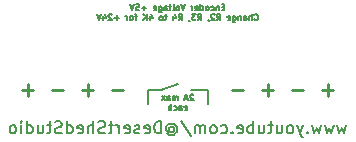
<source format=gbr>
%TF.GenerationSoftware,KiCad,Pcbnew,8.0.0*%
%TF.CreationDate,2024-03-05T00:42:56-08:00*%
%TF.ProjectId,DSS-SSR4E,4453532d-5353-4523-9445-2e6b69636164,rev?*%
%TF.SameCoordinates,Original*%
%TF.FileFunction,Legend,Bot*%
%TF.FilePolarity,Positive*%
%FSLAX46Y46*%
G04 Gerber Fmt 4.6, Leading zero omitted, Abs format (unit mm)*
G04 Created by KiCad (PCBNEW 8.0.0) date 2024-03-05 00:42:56*
%MOMM*%
%LPD*%
G01*
G04 APERTURE LIST*
%ADD10C,0.203200*%
%ADD11C,0.127000*%
%ADD12C,0.254000*%
G04 APERTURE END LIST*
D10*
X238783380Y-127106120D02*
X238589856Y-127783453D01*
X238589856Y-127783453D02*
X238396332Y-127299644D01*
X238396332Y-127299644D02*
X238202808Y-127783453D01*
X238202808Y-127783453D02*
X238009284Y-127106120D01*
X237718999Y-127106120D02*
X237525475Y-127783453D01*
X237525475Y-127783453D02*
X237331951Y-127299644D01*
X237331951Y-127299644D02*
X237138427Y-127783453D01*
X237138427Y-127783453D02*
X236944903Y-127106120D01*
X236654618Y-127106120D02*
X236461094Y-127783453D01*
X236461094Y-127783453D02*
X236267570Y-127299644D01*
X236267570Y-127299644D02*
X236074046Y-127783453D01*
X236074046Y-127783453D02*
X235880522Y-127106120D01*
X235493475Y-127686692D02*
X235445094Y-127735073D01*
X235445094Y-127735073D02*
X235493475Y-127783453D01*
X235493475Y-127783453D02*
X235541856Y-127735073D01*
X235541856Y-127735073D02*
X235493475Y-127686692D01*
X235493475Y-127686692D02*
X235493475Y-127783453D01*
X235106427Y-127106120D02*
X234864522Y-127783453D01*
X234622617Y-127106120D02*
X234864522Y-127783453D01*
X234864522Y-127783453D02*
X234961284Y-128025358D01*
X234961284Y-128025358D02*
X235009665Y-128073739D01*
X235009665Y-128073739D02*
X235106427Y-128122120D01*
X234090427Y-127783453D02*
X234187189Y-127735073D01*
X234187189Y-127735073D02*
X234235570Y-127686692D01*
X234235570Y-127686692D02*
X234283951Y-127589930D01*
X234283951Y-127589930D02*
X234283951Y-127299644D01*
X234283951Y-127299644D02*
X234235570Y-127202882D01*
X234235570Y-127202882D02*
X234187189Y-127154501D01*
X234187189Y-127154501D02*
X234090427Y-127106120D01*
X234090427Y-127106120D02*
X233945284Y-127106120D01*
X233945284Y-127106120D02*
X233848522Y-127154501D01*
X233848522Y-127154501D02*
X233800141Y-127202882D01*
X233800141Y-127202882D02*
X233751760Y-127299644D01*
X233751760Y-127299644D02*
X233751760Y-127589930D01*
X233751760Y-127589930D02*
X233800141Y-127686692D01*
X233800141Y-127686692D02*
X233848522Y-127735073D01*
X233848522Y-127735073D02*
X233945284Y-127783453D01*
X233945284Y-127783453D02*
X234090427Y-127783453D01*
X232880903Y-127106120D02*
X232880903Y-127783453D01*
X233316332Y-127106120D02*
X233316332Y-127638311D01*
X233316332Y-127638311D02*
X233267951Y-127735073D01*
X233267951Y-127735073D02*
X233171189Y-127783453D01*
X233171189Y-127783453D02*
X233026046Y-127783453D01*
X233026046Y-127783453D02*
X232929284Y-127735073D01*
X232929284Y-127735073D02*
X232880903Y-127686692D01*
X232542237Y-127106120D02*
X232155189Y-127106120D01*
X232397094Y-126767453D02*
X232397094Y-127638311D01*
X232397094Y-127638311D02*
X232348713Y-127735073D01*
X232348713Y-127735073D02*
X232251951Y-127783453D01*
X232251951Y-127783453D02*
X232155189Y-127783453D01*
X231381094Y-127106120D02*
X231381094Y-127783453D01*
X231816523Y-127106120D02*
X231816523Y-127638311D01*
X231816523Y-127638311D02*
X231768142Y-127735073D01*
X231768142Y-127735073D02*
X231671380Y-127783453D01*
X231671380Y-127783453D02*
X231526237Y-127783453D01*
X231526237Y-127783453D02*
X231429475Y-127735073D01*
X231429475Y-127735073D02*
X231381094Y-127686692D01*
X230897285Y-127783453D02*
X230897285Y-126767453D01*
X230897285Y-127154501D02*
X230800523Y-127106120D01*
X230800523Y-127106120D02*
X230606999Y-127106120D01*
X230606999Y-127106120D02*
X230510237Y-127154501D01*
X230510237Y-127154501D02*
X230461856Y-127202882D01*
X230461856Y-127202882D02*
X230413475Y-127299644D01*
X230413475Y-127299644D02*
X230413475Y-127589930D01*
X230413475Y-127589930D02*
X230461856Y-127686692D01*
X230461856Y-127686692D02*
X230510237Y-127735073D01*
X230510237Y-127735073D02*
X230606999Y-127783453D01*
X230606999Y-127783453D02*
X230800523Y-127783453D01*
X230800523Y-127783453D02*
X230897285Y-127735073D01*
X229590999Y-127735073D02*
X229687761Y-127783453D01*
X229687761Y-127783453D02*
X229881285Y-127783453D01*
X229881285Y-127783453D02*
X229978047Y-127735073D01*
X229978047Y-127735073D02*
X230026428Y-127638311D01*
X230026428Y-127638311D02*
X230026428Y-127251263D01*
X230026428Y-127251263D02*
X229978047Y-127154501D01*
X229978047Y-127154501D02*
X229881285Y-127106120D01*
X229881285Y-127106120D02*
X229687761Y-127106120D01*
X229687761Y-127106120D02*
X229590999Y-127154501D01*
X229590999Y-127154501D02*
X229542618Y-127251263D01*
X229542618Y-127251263D02*
X229542618Y-127348025D01*
X229542618Y-127348025D02*
X230026428Y-127444787D01*
X229107190Y-127686692D02*
X229058809Y-127735073D01*
X229058809Y-127735073D02*
X229107190Y-127783453D01*
X229107190Y-127783453D02*
X229155571Y-127735073D01*
X229155571Y-127735073D02*
X229107190Y-127686692D01*
X229107190Y-127686692D02*
X229107190Y-127783453D01*
X228187951Y-127735073D02*
X228284713Y-127783453D01*
X228284713Y-127783453D02*
X228478237Y-127783453D01*
X228478237Y-127783453D02*
X228574999Y-127735073D01*
X228574999Y-127735073D02*
X228623380Y-127686692D01*
X228623380Y-127686692D02*
X228671761Y-127589930D01*
X228671761Y-127589930D02*
X228671761Y-127299644D01*
X228671761Y-127299644D02*
X228623380Y-127202882D01*
X228623380Y-127202882D02*
X228574999Y-127154501D01*
X228574999Y-127154501D02*
X228478237Y-127106120D01*
X228478237Y-127106120D02*
X228284713Y-127106120D01*
X228284713Y-127106120D02*
X228187951Y-127154501D01*
X227607380Y-127783453D02*
X227704142Y-127735073D01*
X227704142Y-127735073D02*
X227752523Y-127686692D01*
X227752523Y-127686692D02*
X227800904Y-127589930D01*
X227800904Y-127589930D02*
X227800904Y-127299644D01*
X227800904Y-127299644D02*
X227752523Y-127202882D01*
X227752523Y-127202882D02*
X227704142Y-127154501D01*
X227704142Y-127154501D02*
X227607380Y-127106120D01*
X227607380Y-127106120D02*
X227462237Y-127106120D01*
X227462237Y-127106120D02*
X227365475Y-127154501D01*
X227365475Y-127154501D02*
X227317094Y-127202882D01*
X227317094Y-127202882D02*
X227268713Y-127299644D01*
X227268713Y-127299644D02*
X227268713Y-127589930D01*
X227268713Y-127589930D02*
X227317094Y-127686692D01*
X227317094Y-127686692D02*
X227365475Y-127735073D01*
X227365475Y-127735073D02*
X227462237Y-127783453D01*
X227462237Y-127783453D02*
X227607380Y-127783453D01*
X226833285Y-127783453D02*
X226833285Y-127106120D01*
X226833285Y-127202882D02*
X226784904Y-127154501D01*
X226784904Y-127154501D02*
X226688142Y-127106120D01*
X226688142Y-127106120D02*
X226542999Y-127106120D01*
X226542999Y-127106120D02*
X226446237Y-127154501D01*
X226446237Y-127154501D02*
X226397856Y-127251263D01*
X226397856Y-127251263D02*
X226397856Y-127783453D01*
X226397856Y-127251263D02*
X226349475Y-127154501D01*
X226349475Y-127154501D02*
X226252713Y-127106120D01*
X226252713Y-127106120D02*
X226107570Y-127106120D01*
X226107570Y-127106120D02*
X226010809Y-127154501D01*
X226010809Y-127154501D02*
X225962428Y-127251263D01*
X225962428Y-127251263D02*
X225962428Y-127783453D01*
X224752903Y-126719073D02*
X225623761Y-128025358D01*
X223785284Y-127299644D02*
X223833665Y-127251263D01*
X223833665Y-127251263D02*
X223930427Y-127202882D01*
X223930427Y-127202882D02*
X224027189Y-127202882D01*
X224027189Y-127202882D02*
X224123951Y-127251263D01*
X224123951Y-127251263D02*
X224172332Y-127299644D01*
X224172332Y-127299644D02*
X224220713Y-127396406D01*
X224220713Y-127396406D02*
X224220713Y-127493168D01*
X224220713Y-127493168D02*
X224172332Y-127589930D01*
X224172332Y-127589930D02*
X224123951Y-127638311D01*
X224123951Y-127638311D02*
X224027189Y-127686692D01*
X224027189Y-127686692D02*
X223930427Y-127686692D01*
X223930427Y-127686692D02*
X223833665Y-127638311D01*
X223833665Y-127638311D02*
X223785284Y-127589930D01*
X223785284Y-127202882D02*
X223785284Y-127589930D01*
X223785284Y-127589930D02*
X223736903Y-127638311D01*
X223736903Y-127638311D02*
X223688522Y-127638311D01*
X223688522Y-127638311D02*
X223591761Y-127589930D01*
X223591761Y-127589930D02*
X223543380Y-127493168D01*
X223543380Y-127493168D02*
X223543380Y-127251263D01*
X223543380Y-127251263D02*
X223640142Y-127106120D01*
X223640142Y-127106120D02*
X223785284Y-127009358D01*
X223785284Y-127009358D02*
X223978808Y-126960977D01*
X223978808Y-126960977D02*
X224172332Y-127009358D01*
X224172332Y-127009358D02*
X224317475Y-127106120D01*
X224317475Y-127106120D02*
X224414237Y-127251263D01*
X224414237Y-127251263D02*
X224462618Y-127444787D01*
X224462618Y-127444787D02*
X224414237Y-127638311D01*
X224414237Y-127638311D02*
X224317475Y-127783453D01*
X224317475Y-127783453D02*
X224172332Y-127880215D01*
X224172332Y-127880215D02*
X223978808Y-127928596D01*
X223978808Y-127928596D02*
X223785284Y-127880215D01*
X223785284Y-127880215D02*
X223640142Y-127783453D01*
X223107951Y-127783453D02*
X223107951Y-126767453D01*
X223107951Y-126767453D02*
X222866046Y-126767453D01*
X222866046Y-126767453D02*
X222720903Y-126815834D01*
X222720903Y-126815834D02*
X222624141Y-126912596D01*
X222624141Y-126912596D02*
X222575760Y-127009358D01*
X222575760Y-127009358D02*
X222527379Y-127202882D01*
X222527379Y-127202882D02*
X222527379Y-127348025D01*
X222527379Y-127348025D02*
X222575760Y-127541549D01*
X222575760Y-127541549D02*
X222624141Y-127638311D01*
X222624141Y-127638311D02*
X222720903Y-127735073D01*
X222720903Y-127735073D02*
X222866046Y-127783453D01*
X222866046Y-127783453D02*
X223107951Y-127783453D01*
X221704903Y-127735073D02*
X221801665Y-127783453D01*
X221801665Y-127783453D02*
X221995189Y-127783453D01*
X221995189Y-127783453D02*
X222091951Y-127735073D01*
X222091951Y-127735073D02*
X222140332Y-127638311D01*
X222140332Y-127638311D02*
X222140332Y-127251263D01*
X222140332Y-127251263D02*
X222091951Y-127154501D01*
X222091951Y-127154501D02*
X221995189Y-127106120D01*
X221995189Y-127106120D02*
X221801665Y-127106120D01*
X221801665Y-127106120D02*
X221704903Y-127154501D01*
X221704903Y-127154501D02*
X221656522Y-127251263D01*
X221656522Y-127251263D02*
X221656522Y-127348025D01*
X221656522Y-127348025D02*
X222140332Y-127444787D01*
X221269475Y-127735073D02*
X221172713Y-127783453D01*
X221172713Y-127783453D02*
X220979189Y-127783453D01*
X220979189Y-127783453D02*
X220882427Y-127735073D01*
X220882427Y-127735073D02*
X220834046Y-127638311D01*
X220834046Y-127638311D02*
X220834046Y-127589930D01*
X220834046Y-127589930D02*
X220882427Y-127493168D01*
X220882427Y-127493168D02*
X220979189Y-127444787D01*
X220979189Y-127444787D02*
X221124332Y-127444787D01*
X221124332Y-127444787D02*
X221221094Y-127396406D01*
X221221094Y-127396406D02*
X221269475Y-127299644D01*
X221269475Y-127299644D02*
X221269475Y-127251263D01*
X221269475Y-127251263D02*
X221221094Y-127154501D01*
X221221094Y-127154501D02*
X221124332Y-127106120D01*
X221124332Y-127106120D02*
X220979189Y-127106120D01*
X220979189Y-127106120D02*
X220882427Y-127154501D01*
X220011570Y-127735073D02*
X220108332Y-127783453D01*
X220108332Y-127783453D02*
X220301856Y-127783453D01*
X220301856Y-127783453D02*
X220398618Y-127735073D01*
X220398618Y-127735073D02*
X220446999Y-127638311D01*
X220446999Y-127638311D02*
X220446999Y-127251263D01*
X220446999Y-127251263D02*
X220398618Y-127154501D01*
X220398618Y-127154501D02*
X220301856Y-127106120D01*
X220301856Y-127106120D02*
X220108332Y-127106120D01*
X220108332Y-127106120D02*
X220011570Y-127154501D01*
X220011570Y-127154501D02*
X219963189Y-127251263D01*
X219963189Y-127251263D02*
X219963189Y-127348025D01*
X219963189Y-127348025D02*
X220446999Y-127444787D01*
X219527761Y-127783453D02*
X219527761Y-127106120D01*
X219527761Y-127299644D02*
X219479380Y-127202882D01*
X219479380Y-127202882D02*
X219430999Y-127154501D01*
X219430999Y-127154501D02*
X219334237Y-127106120D01*
X219334237Y-127106120D02*
X219237475Y-127106120D01*
X219043952Y-127106120D02*
X218656904Y-127106120D01*
X218898809Y-126767453D02*
X218898809Y-127638311D01*
X218898809Y-127638311D02*
X218850428Y-127735073D01*
X218850428Y-127735073D02*
X218753666Y-127783453D01*
X218753666Y-127783453D02*
X218656904Y-127783453D01*
X218366619Y-127735073D02*
X218221476Y-127783453D01*
X218221476Y-127783453D02*
X217979571Y-127783453D01*
X217979571Y-127783453D02*
X217882809Y-127735073D01*
X217882809Y-127735073D02*
X217834428Y-127686692D01*
X217834428Y-127686692D02*
X217786047Y-127589930D01*
X217786047Y-127589930D02*
X217786047Y-127493168D01*
X217786047Y-127493168D02*
X217834428Y-127396406D01*
X217834428Y-127396406D02*
X217882809Y-127348025D01*
X217882809Y-127348025D02*
X217979571Y-127299644D01*
X217979571Y-127299644D02*
X218173095Y-127251263D01*
X218173095Y-127251263D02*
X218269857Y-127202882D01*
X218269857Y-127202882D02*
X218318238Y-127154501D01*
X218318238Y-127154501D02*
X218366619Y-127057739D01*
X218366619Y-127057739D02*
X218366619Y-126960977D01*
X218366619Y-126960977D02*
X218318238Y-126864215D01*
X218318238Y-126864215D02*
X218269857Y-126815834D01*
X218269857Y-126815834D02*
X218173095Y-126767453D01*
X218173095Y-126767453D02*
X217931190Y-126767453D01*
X217931190Y-126767453D02*
X217786047Y-126815834D01*
X217350619Y-127783453D02*
X217350619Y-126767453D01*
X216915190Y-127783453D02*
X216915190Y-127251263D01*
X216915190Y-127251263D02*
X216963571Y-127154501D01*
X216963571Y-127154501D02*
X217060333Y-127106120D01*
X217060333Y-127106120D02*
X217205476Y-127106120D01*
X217205476Y-127106120D02*
X217302238Y-127154501D01*
X217302238Y-127154501D02*
X217350619Y-127202882D01*
X216044333Y-127735073D02*
X216141095Y-127783453D01*
X216141095Y-127783453D02*
X216334619Y-127783453D01*
X216334619Y-127783453D02*
X216431381Y-127735073D01*
X216431381Y-127735073D02*
X216479762Y-127638311D01*
X216479762Y-127638311D02*
X216479762Y-127251263D01*
X216479762Y-127251263D02*
X216431381Y-127154501D01*
X216431381Y-127154501D02*
X216334619Y-127106120D01*
X216334619Y-127106120D02*
X216141095Y-127106120D01*
X216141095Y-127106120D02*
X216044333Y-127154501D01*
X216044333Y-127154501D02*
X215995952Y-127251263D01*
X215995952Y-127251263D02*
X215995952Y-127348025D01*
X215995952Y-127348025D02*
X216479762Y-127444787D01*
X215125095Y-127783453D02*
X215125095Y-126767453D01*
X215125095Y-127735073D02*
X215221857Y-127783453D01*
X215221857Y-127783453D02*
X215415381Y-127783453D01*
X215415381Y-127783453D02*
X215512143Y-127735073D01*
X215512143Y-127735073D02*
X215560524Y-127686692D01*
X215560524Y-127686692D02*
X215608905Y-127589930D01*
X215608905Y-127589930D02*
X215608905Y-127299644D01*
X215608905Y-127299644D02*
X215560524Y-127202882D01*
X215560524Y-127202882D02*
X215512143Y-127154501D01*
X215512143Y-127154501D02*
X215415381Y-127106120D01*
X215415381Y-127106120D02*
X215221857Y-127106120D01*
X215221857Y-127106120D02*
X215125095Y-127154501D01*
X214689667Y-127735073D02*
X214544524Y-127783453D01*
X214544524Y-127783453D02*
X214302619Y-127783453D01*
X214302619Y-127783453D02*
X214205857Y-127735073D01*
X214205857Y-127735073D02*
X214157476Y-127686692D01*
X214157476Y-127686692D02*
X214109095Y-127589930D01*
X214109095Y-127589930D02*
X214109095Y-127493168D01*
X214109095Y-127493168D02*
X214157476Y-127396406D01*
X214157476Y-127396406D02*
X214205857Y-127348025D01*
X214205857Y-127348025D02*
X214302619Y-127299644D01*
X214302619Y-127299644D02*
X214496143Y-127251263D01*
X214496143Y-127251263D02*
X214592905Y-127202882D01*
X214592905Y-127202882D02*
X214641286Y-127154501D01*
X214641286Y-127154501D02*
X214689667Y-127057739D01*
X214689667Y-127057739D02*
X214689667Y-126960977D01*
X214689667Y-126960977D02*
X214641286Y-126864215D01*
X214641286Y-126864215D02*
X214592905Y-126815834D01*
X214592905Y-126815834D02*
X214496143Y-126767453D01*
X214496143Y-126767453D02*
X214254238Y-126767453D01*
X214254238Y-126767453D02*
X214109095Y-126815834D01*
X213818810Y-127106120D02*
X213431762Y-127106120D01*
X213673667Y-126767453D02*
X213673667Y-127638311D01*
X213673667Y-127638311D02*
X213625286Y-127735073D01*
X213625286Y-127735073D02*
X213528524Y-127783453D01*
X213528524Y-127783453D02*
X213431762Y-127783453D01*
X212657667Y-127106120D02*
X212657667Y-127783453D01*
X213093096Y-127106120D02*
X213093096Y-127638311D01*
X213093096Y-127638311D02*
X213044715Y-127735073D01*
X213044715Y-127735073D02*
X212947953Y-127783453D01*
X212947953Y-127783453D02*
X212802810Y-127783453D01*
X212802810Y-127783453D02*
X212706048Y-127735073D01*
X212706048Y-127735073D02*
X212657667Y-127686692D01*
X211738429Y-127783453D02*
X211738429Y-126767453D01*
X211738429Y-127735073D02*
X211835191Y-127783453D01*
X211835191Y-127783453D02*
X212028715Y-127783453D01*
X212028715Y-127783453D02*
X212125477Y-127735073D01*
X212125477Y-127735073D02*
X212173858Y-127686692D01*
X212173858Y-127686692D02*
X212222239Y-127589930D01*
X212222239Y-127589930D02*
X212222239Y-127299644D01*
X212222239Y-127299644D02*
X212173858Y-127202882D01*
X212173858Y-127202882D02*
X212125477Y-127154501D01*
X212125477Y-127154501D02*
X212028715Y-127106120D01*
X212028715Y-127106120D02*
X211835191Y-127106120D01*
X211835191Y-127106120D02*
X211738429Y-127154501D01*
X211254620Y-127783453D02*
X211254620Y-127106120D01*
X211254620Y-126767453D02*
X211303001Y-126815834D01*
X211303001Y-126815834D02*
X211254620Y-126864215D01*
X211254620Y-126864215D02*
X211206239Y-126815834D01*
X211206239Y-126815834D02*
X211254620Y-126767453D01*
X211254620Y-126767453D02*
X211254620Y-126864215D01*
X210625667Y-127783453D02*
X210722429Y-127735073D01*
X210722429Y-127735073D02*
X210770810Y-127686692D01*
X210770810Y-127686692D02*
X210819191Y-127589930D01*
X210819191Y-127589930D02*
X210819191Y-127299644D01*
X210819191Y-127299644D02*
X210770810Y-127202882D01*
X210770810Y-127202882D02*
X210722429Y-127154501D01*
X210722429Y-127154501D02*
X210625667Y-127106120D01*
X210625667Y-127106120D02*
X210480524Y-127106120D01*
X210480524Y-127106120D02*
X210383762Y-127154501D01*
X210383762Y-127154501D02*
X210335381Y-127202882D01*
X210335381Y-127202882D02*
X210287000Y-127299644D01*
X210287000Y-127299644D02*
X210287000Y-127589930D01*
X210287000Y-127589930D02*
X210335381Y-127686692D01*
X210335381Y-127686692D02*
X210383762Y-127735073D01*
X210383762Y-127735073D02*
X210480524Y-127783453D01*
X210480524Y-127783453D02*
X210625667Y-127783453D01*
D11*
X225841476Y-124524861D02*
X225817285Y-124500670D01*
X225817285Y-124500670D02*
X225768904Y-124476480D01*
X225768904Y-124476480D02*
X225647952Y-124476480D01*
X225647952Y-124476480D02*
X225599571Y-124500670D01*
X225599571Y-124500670D02*
X225575380Y-124524861D01*
X225575380Y-124524861D02*
X225551190Y-124573242D01*
X225551190Y-124573242D02*
X225551190Y-124621623D01*
X225551190Y-124621623D02*
X225575380Y-124694194D01*
X225575380Y-124694194D02*
X225865666Y-124984480D01*
X225865666Y-124984480D02*
X225551190Y-124984480D01*
X225357666Y-124839337D02*
X225115761Y-124839337D01*
X225406047Y-124984480D02*
X225236713Y-124476480D01*
X225236713Y-124476480D02*
X225067380Y-124984480D01*
X224510998Y-124984480D02*
X224510998Y-124645813D01*
X224510998Y-124694194D02*
X224486808Y-124670004D01*
X224486808Y-124670004D02*
X224438427Y-124645813D01*
X224438427Y-124645813D02*
X224365855Y-124645813D01*
X224365855Y-124645813D02*
X224317474Y-124670004D01*
X224317474Y-124670004D02*
X224293284Y-124718385D01*
X224293284Y-124718385D02*
X224293284Y-124984480D01*
X224293284Y-124718385D02*
X224269093Y-124670004D01*
X224269093Y-124670004D02*
X224220712Y-124645813D01*
X224220712Y-124645813D02*
X224148141Y-124645813D01*
X224148141Y-124645813D02*
X224099760Y-124670004D01*
X224099760Y-124670004D02*
X224075570Y-124718385D01*
X224075570Y-124718385D02*
X224075570Y-124984480D01*
X223615951Y-124984480D02*
X223615951Y-124718385D01*
X223615951Y-124718385D02*
X223640141Y-124670004D01*
X223640141Y-124670004D02*
X223688522Y-124645813D01*
X223688522Y-124645813D02*
X223785284Y-124645813D01*
X223785284Y-124645813D02*
X223833665Y-124670004D01*
X223615951Y-124960290D02*
X223664332Y-124984480D01*
X223664332Y-124984480D02*
X223785284Y-124984480D01*
X223785284Y-124984480D02*
X223833665Y-124960290D01*
X223833665Y-124960290D02*
X223857856Y-124911909D01*
X223857856Y-124911909D02*
X223857856Y-124863528D01*
X223857856Y-124863528D02*
X223833665Y-124815147D01*
X223833665Y-124815147D02*
X223785284Y-124790956D01*
X223785284Y-124790956D02*
X223664332Y-124790956D01*
X223664332Y-124790956D02*
X223615951Y-124766766D01*
X223422427Y-124984480D02*
X223156332Y-124645813D01*
X223422427Y-124645813D02*
X223156332Y-124984480D01*
X225091571Y-125778142D02*
X225139952Y-125802332D01*
X225139952Y-125802332D02*
X225236714Y-125802332D01*
X225236714Y-125802332D02*
X225285095Y-125778142D01*
X225285095Y-125778142D02*
X225309286Y-125729761D01*
X225309286Y-125729761D02*
X225309286Y-125536237D01*
X225309286Y-125536237D02*
X225285095Y-125487856D01*
X225285095Y-125487856D02*
X225236714Y-125463665D01*
X225236714Y-125463665D02*
X225139952Y-125463665D01*
X225139952Y-125463665D02*
X225091571Y-125487856D01*
X225091571Y-125487856D02*
X225067381Y-125536237D01*
X225067381Y-125536237D02*
X225067381Y-125584618D01*
X225067381Y-125584618D02*
X225309286Y-125632999D01*
X224631952Y-125802332D02*
X224631952Y-125536237D01*
X224631952Y-125536237D02*
X224656142Y-125487856D01*
X224656142Y-125487856D02*
X224704523Y-125463665D01*
X224704523Y-125463665D02*
X224801285Y-125463665D01*
X224801285Y-125463665D02*
X224849666Y-125487856D01*
X224631952Y-125778142D02*
X224680333Y-125802332D01*
X224680333Y-125802332D02*
X224801285Y-125802332D01*
X224801285Y-125802332D02*
X224849666Y-125778142D01*
X224849666Y-125778142D02*
X224873857Y-125729761D01*
X224873857Y-125729761D02*
X224873857Y-125681380D01*
X224873857Y-125681380D02*
X224849666Y-125632999D01*
X224849666Y-125632999D02*
X224801285Y-125608808D01*
X224801285Y-125608808D02*
X224680333Y-125608808D01*
X224680333Y-125608808D02*
X224631952Y-125584618D01*
X224172333Y-125778142D02*
X224220714Y-125802332D01*
X224220714Y-125802332D02*
X224317476Y-125802332D01*
X224317476Y-125802332D02*
X224365857Y-125778142D01*
X224365857Y-125778142D02*
X224390047Y-125753951D01*
X224390047Y-125753951D02*
X224414238Y-125705570D01*
X224414238Y-125705570D02*
X224414238Y-125560427D01*
X224414238Y-125560427D02*
X224390047Y-125512046D01*
X224390047Y-125512046D02*
X224365857Y-125487856D01*
X224365857Y-125487856D02*
X224317476Y-125463665D01*
X224317476Y-125463665D02*
X224220714Y-125463665D01*
X224220714Y-125463665D02*
X224172333Y-125487856D01*
X223954618Y-125802332D02*
X223954618Y-125294332D01*
X223736904Y-125802332D02*
X223736904Y-125536237D01*
X223736904Y-125536237D02*
X223761094Y-125487856D01*
X223761094Y-125487856D02*
X223809475Y-125463665D01*
X223809475Y-125463665D02*
X223882047Y-125463665D01*
X223882047Y-125463665D02*
X223930428Y-125487856D01*
X223930428Y-125487856D02*
X223954618Y-125512046D01*
X228466143Y-117098385D02*
X228296810Y-117098385D01*
X228224238Y-117364480D02*
X228466143Y-117364480D01*
X228466143Y-117364480D02*
X228466143Y-116856480D01*
X228466143Y-116856480D02*
X228224238Y-116856480D01*
X228006524Y-117025813D02*
X228006524Y-117364480D01*
X228006524Y-117074194D02*
X227982334Y-117050004D01*
X227982334Y-117050004D02*
X227933953Y-117025813D01*
X227933953Y-117025813D02*
X227861381Y-117025813D01*
X227861381Y-117025813D02*
X227813000Y-117050004D01*
X227813000Y-117050004D02*
X227788810Y-117098385D01*
X227788810Y-117098385D02*
X227788810Y-117364480D01*
X227329191Y-117340290D02*
X227377572Y-117364480D01*
X227377572Y-117364480D02*
X227474334Y-117364480D01*
X227474334Y-117364480D02*
X227522715Y-117340290D01*
X227522715Y-117340290D02*
X227546905Y-117316099D01*
X227546905Y-117316099D02*
X227571096Y-117267718D01*
X227571096Y-117267718D02*
X227571096Y-117122575D01*
X227571096Y-117122575D02*
X227546905Y-117074194D01*
X227546905Y-117074194D02*
X227522715Y-117050004D01*
X227522715Y-117050004D02*
X227474334Y-117025813D01*
X227474334Y-117025813D02*
X227377572Y-117025813D01*
X227377572Y-117025813D02*
X227329191Y-117050004D01*
X227038905Y-117364480D02*
X227087286Y-117340290D01*
X227087286Y-117340290D02*
X227111476Y-117316099D01*
X227111476Y-117316099D02*
X227135667Y-117267718D01*
X227135667Y-117267718D02*
X227135667Y-117122575D01*
X227135667Y-117122575D02*
X227111476Y-117074194D01*
X227111476Y-117074194D02*
X227087286Y-117050004D01*
X227087286Y-117050004D02*
X227038905Y-117025813D01*
X227038905Y-117025813D02*
X226966333Y-117025813D01*
X226966333Y-117025813D02*
X226917952Y-117050004D01*
X226917952Y-117050004D02*
X226893762Y-117074194D01*
X226893762Y-117074194D02*
X226869571Y-117122575D01*
X226869571Y-117122575D02*
X226869571Y-117267718D01*
X226869571Y-117267718D02*
X226893762Y-117316099D01*
X226893762Y-117316099D02*
X226917952Y-117340290D01*
X226917952Y-117340290D02*
X226966333Y-117364480D01*
X226966333Y-117364480D02*
X227038905Y-117364480D01*
X226434143Y-117364480D02*
X226434143Y-116856480D01*
X226434143Y-117340290D02*
X226482524Y-117364480D01*
X226482524Y-117364480D02*
X226579286Y-117364480D01*
X226579286Y-117364480D02*
X226627667Y-117340290D01*
X226627667Y-117340290D02*
X226651857Y-117316099D01*
X226651857Y-117316099D02*
X226676048Y-117267718D01*
X226676048Y-117267718D02*
X226676048Y-117122575D01*
X226676048Y-117122575D02*
X226651857Y-117074194D01*
X226651857Y-117074194D02*
X226627667Y-117050004D01*
X226627667Y-117050004D02*
X226579286Y-117025813D01*
X226579286Y-117025813D02*
X226482524Y-117025813D01*
X226482524Y-117025813D02*
X226434143Y-117050004D01*
X225998714Y-117340290D02*
X226047095Y-117364480D01*
X226047095Y-117364480D02*
X226143857Y-117364480D01*
X226143857Y-117364480D02*
X226192238Y-117340290D01*
X226192238Y-117340290D02*
X226216429Y-117291909D01*
X226216429Y-117291909D02*
X226216429Y-117098385D01*
X226216429Y-117098385D02*
X226192238Y-117050004D01*
X226192238Y-117050004D02*
X226143857Y-117025813D01*
X226143857Y-117025813D02*
X226047095Y-117025813D01*
X226047095Y-117025813D02*
X225998714Y-117050004D01*
X225998714Y-117050004D02*
X225974524Y-117098385D01*
X225974524Y-117098385D02*
X225974524Y-117146766D01*
X225974524Y-117146766D02*
X226216429Y-117195147D01*
X225756809Y-117364480D02*
X225756809Y-117025813D01*
X225756809Y-117122575D02*
X225732619Y-117074194D01*
X225732619Y-117074194D02*
X225708428Y-117050004D01*
X225708428Y-117050004D02*
X225660047Y-117025813D01*
X225660047Y-117025813D02*
X225611666Y-117025813D01*
X225127857Y-116856480D02*
X224958523Y-117364480D01*
X224958523Y-117364480D02*
X224789190Y-116856480D01*
X224547285Y-117364480D02*
X224595666Y-117340290D01*
X224595666Y-117340290D02*
X224619856Y-117316099D01*
X224619856Y-117316099D02*
X224644047Y-117267718D01*
X224644047Y-117267718D02*
X224644047Y-117122575D01*
X224644047Y-117122575D02*
X224619856Y-117074194D01*
X224619856Y-117074194D02*
X224595666Y-117050004D01*
X224595666Y-117050004D02*
X224547285Y-117025813D01*
X224547285Y-117025813D02*
X224474713Y-117025813D01*
X224474713Y-117025813D02*
X224426332Y-117050004D01*
X224426332Y-117050004D02*
X224402142Y-117074194D01*
X224402142Y-117074194D02*
X224377951Y-117122575D01*
X224377951Y-117122575D02*
X224377951Y-117267718D01*
X224377951Y-117267718D02*
X224402142Y-117316099D01*
X224402142Y-117316099D02*
X224426332Y-117340290D01*
X224426332Y-117340290D02*
X224474713Y-117364480D01*
X224474713Y-117364480D02*
X224547285Y-117364480D01*
X224087666Y-117364480D02*
X224136047Y-117340290D01*
X224136047Y-117340290D02*
X224160237Y-117291909D01*
X224160237Y-117291909D02*
X224160237Y-116856480D01*
X223966714Y-117025813D02*
X223773190Y-117025813D01*
X223894142Y-116856480D02*
X223894142Y-117291909D01*
X223894142Y-117291909D02*
X223869952Y-117340290D01*
X223869952Y-117340290D02*
X223821571Y-117364480D01*
X223821571Y-117364480D02*
X223773190Y-117364480D01*
X223386142Y-117364480D02*
X223386142Y-117098385D01*
X223386142Y-117098385D02*
X223410332Y-117050004D01*
X223410332Y-117050004D02*
X223458713Y-117025813D01*
X223458713Y-117025813D02*
X223555475Y-117025813D01*
X223555475Y-117025813D02*
X223603856Y-117050004D01*
X223386142Y-117340290D02*
X223434523Y-117364480D01*
X223434523Y-117364480D02*
X223555475Y-117364480D01*
X223555475Y-117364480D02*
X223603856Y-117340290D01*
X223603856Y-117340290D02*
X223628047Y-117291909D01*
X223628047Y-117291909D02*
X223628047Y-117243528D01*
X223628047Y-117243528D02*
X223603856Y-117195147D01*
X223603856Y-117195147D02*
X223555475Y-117170956D01*
X223555475Y-117170956D02*
X223434523Y-117170956D01*
X223434523Y-117170956D02*
X223386142Y-117146766D01*
X222926523Y-117025813D02*
X222926523Y-117437051D01*
X222926523Y-117437051D02*
X222950713Y-117485432D01*
X222950713Y-117485432D02*
X222974904Y-117509623D01*
X222974904Y-117509623D02*
X223023285Y-117533813D01*
X223023285Y-117533813D02*
X223095856Y-117533813D01*
X223095856Y-117533813D02*
X223144237Y-117509623D01*
X222926523Y-117340290D02*
X222974904Y-117364480D01*
X222974904Y-117364480D02*
X223071666Y-117364480D01*
X223071666Y-117364480D02*
X223120047Y-117340290D01*
X223120047Y-117340290D02*
X223144237Y-117316099D01*
X223144237Y-117316099D02*
X223168428Y-117267718D01*
X223168428Y-117267718D02*
X223168428Y-117122575D01*
X223168428Y-117122575D02*
X223144237Y-117074194D01*
X223144237Y-117074194D02*
X223120047Y-117050004D01*
X223120047Y-117050004D02*
X223071666Y-117025813D01*
X223071666Y-117025813D02*
X222974904Y-117025813D01*
X222974904Y-117025813D02*
X222926523Y-117050004D01*
X222491094Y-117340290D02*
X222539475Y-117364480D01*
X222539475Y-117364480D02*
X222636237Y-117364480D01*
X222636237Y-117364480D02*
X222684618Y-117340290D01*
X222684618Y-117340290D02*
X222708809Y-117291909D01*
X222708809Y-117291909D02*
X222708809Y-117098385D01*
X222708809Y-117098385D02*
X222684618Y-117050004D01*
X222684618Y-117050004D02*
X222636237Y-117025813D01*
X222636237Y-117025813D02*
X222539475Y-117025813D01*
X222539475Y-117025813D02*
X222491094Y-117050004D01*
X222491094Y-117050004D02*
X222466904Y-117098385D01*
X222466904Y-117098385D02*
X222466904Y-117146766D01*
X222466904Y-117146766D02*
X222708809Y-117195147D01*
X221862141Y-117170956D02*
X221475094Y-117170956D01*
X221668617Y-117364480D02*
X221668617Y-116977432D01*
X220991284Y-116856480D02*
X221233189Y-116856480D01*
X221233189Y-116856480D02*
X221257380Y-117098385D01*
X221257380Y-117098385D02*
X221233189Y-117074194D01*
X221233189Y-117074194D02*
X221184808Y-117050004D01*
X221184808Y-117050004D02*
X221063856Y-117050004D01*
X221063856Y-117050004D02*
X221015475Y-117074194D01*
X221015475Y-117074194D02*
X220991284Y-117098385D01*
X220991284Y-117098385D02*
X220967094Y-117146766D01*
X220967094Y-117146766D02*
X220967094Y-117267718D01*
X220967094Y-117267718D02*
X220991284Y-117316099D01*
X220991284Y-117316099D02*
X221015475Y-117340290D01*
X221015475Y-117340290D02*
X221063856Y-117364480D01*
X221063856Y-117364480D02*
X221184808Y-117364480D01*
X221184808Y-117364480D02*
X221233189Y-117340290D01*
X221233189Y-117340290D02*
X221257380Y-117316099D01*
X220821951Y-116856480D02*
X220652617Y-117364480D01*
X220652617Y-117364480D02*
X220483284Y-116856480D01*
X230994050Y-118133951D02*
X231018241Y-118158142D01*
X231018241Y-118158142D02*
X231090812Y-118182332D01*
X231090812Y-118182332D02*
X231139193Y-118182332D01*
X231139193Y-118182332D02*
X231211765Y-118158142D01*
X231211765Y-118158142D02*
X231260146Y-118109761D01*
X231260146Y-118109761D02*
X231284336Y-118061380D01*
X231284336Y-118061380D02*
X231308527Y-117964618D01*
X231308527Y-117964618D02*
X231308527Y-117892046D01*
X231308527Y-117892046D02*
X231284336Y-117795284D01*
X231284336Y-117795284D02*
X231260146Y-117746903D01*
X231260146Y-117746903D02*
X231211765Y-117698522D01*
X231211765Y-117698522D02*
X231139193Y-117674332D01*
X231139193Y-117674332D02*
X231090812Y-117674332D01*
X231090812Y-117674332D02*
X231018241Y-117698522D01*
X231018241Y-117698522D02*
X230994050Y-117722713D01*
X230776336Y-118182332D02*
X230776336Y-117674332D01*
X230558622Y-118182332D02*
X230558622Y-117916237D01*
X230558622Y-117916237D02*
X230582812Y-117867856D01*
X230582812Y-117867856D02*
X230631193Y-117843665D01*
X230631193Y-117843665D02*
X230703765Y-117843665D01*
X230703765Y-117843665D02*
X230752146Y-117867856D01*
X230752146Y-117867856D02*
X230776336Y-117892046D01*
X230099003Y-118182332D02*
X230099003Y-117916237D01*
X230099003Y-117916237D02*
X230123193Y-117867856D01*
X230123193Y-117867856D02*
X230171574Y-117843665D01*
X230171574Y-117843665D02*
X230268336Y-117843665D01*
X230268336Y-117843665D02*
X230316717Y-117867856D01*
X230099003Y-118158142D02*
X230147384Y-118182332D01*
X230147384Y-118182332D02*
X230268336Y-118182332D01*
X230268336Y-118182332D02*
X230316717Y-118158142D01*
X230316717Y-118158142D02*
X230340908Y-118109761D01*
X230340908Y-118109761D02*
X230340908Y-118061380D01*
X230340908Y-118061380D02*
X230316717Y-118012999D01*
X230316717Y-118012999D02*
X230268336Y-117988808D01*
X230268336Y-117988808D02*
X230147384Y-117988808D01*
X230147384Y-117988808D02*
X230099003Y-117964618D01*
X229857098Y-117843665D02*
X229857098Y-118182332D01*
X229857098Y-117892046D02*
X229832908Y-117867856D01*
X229832908Y-117867856D02*
X229784527Y-117843665D01*
X229784527Y-117843665D02*
X229711955Y-117843665D01*
X229711955Y-117843665D02*
X229663574Y-117867856D01*
X229663574Y-117867856D02*
X229639384Y-117916237D01*
X229639384Y-117916237D02*
X229639384Y-118182332D01*
X229179765Y-117843665D02*
X229179765Y-118254903D01*
X229179765Y-118254903D02*
X229203955Y-118303284D01*
X229203955Y-118303284D02*
X229228146Y-118327475D01*
X229228146Y-118327475D02*
X229276527Y-118351665D01*
X229276527Y-118351665D02*
X229349098Y-118351665D01*
X229349098Y-118351665D02*
X229397479Y-118327475D01*
X229179765Y-118158142D02*
X229228146Y-118182332D01*
X229228146Y-118182332D02*
X229324908Y-118182332D01*
X229324908Y-118182332D02*
X229373289Y-118158142D01*
X229373289Y-118158142D02*
X229397479Y-118133951D01*
X229397479Y-118133951D02*
X229421670Y-118085570D01*
X229421670Y-118085570D02*
X229421670Y-117940427D01*
X229421670Y-117940427D02*
X229397479Y-117892046D01*
X229397479Y-117892046D02*
X229373289Y-117867856D01*
X229373289Y-117867856D02*
X229324908Y-117843665D01*
X229324908Y-117843665D02*
X229228146Y-117843665D01*
X229228146Y-117843665D02*
X229179765Y-117867856D01*
X228744336Y-118158142D02*
X228792717Y-118182332D01*
X228792717Y-118182332D02*
X228889479Y-118182332D01*
X228889479Y-118182332D02*
X228937860Y-118158142D01*
X228937860Y-118158142D02*
X228962051Y-118109761D01*
X228962051Y-118109761D02*
X228962051Y-117916237D01*
X228962051Y-117916237D02*
X228937860Y-117867856D01*
X228937860Y-117867856D02*
X228889479Y-117843665D01*
X228889479Y-117843665D02*
X228792717Y-117843665D01*
X228792717Y-117843665D02*
X228744336Y-117867856D01*
X228744336Y-117867856D02*
X228720146Y-117916237D01*
X228720146Y-117916237D02*
X228720146Y-117964618D01*
X228720146Y-117964618D02*
X228962051Y-118012999D01*
X227825097Y-118182332D02*
X227994431Y-117940427D01*
X228115383Y-118182332D02*
X228115383Y-117674332D01*
X228115383Y-117674332D02*
X227921859Y-117674332D01*
X227921859Y-117674332D02*
X227873478Y-117698522D01*
X227873478Y-117698522D02*
X227849288Y-117722713D01*
X227849288Y-117722713D02*
X227825097Y-117771094D01*
X227825097Y-117771094D02*
X227825097Y-117843665D01*
X227825097Y-117843665D02*
X227849288Y-117892046D01*
X227849288Y-117892046D02*
X227873478Y-117916237D01*
X227873478Y-117916237D02*
X227921859Y-117940427D01*
X227921859Y-117940427D02*
X228115383Y-117940427D01*
X227631574Y-117722713D02*
X227607383Y-117698522D01*
X227607383Y-117698522D02*
X227559002Y-117674332D01*
X227559002Y-117674332D02*
X227438050Y-117674332D01*
X227438050Y-117674332D02*
X227389669Y-117698522D01*
X227389669Y-117698522D02*
X227365478Y-117722713D01*
X227365478Y-117722713D02*
X227341288Y-117771094D01*
X227341288Y-117771094D02*
X227341288Y-117819475D01*
X227341288Y-117819475D02*
X227365478Y-117892046D01*
X227365478Y-117892046D02*
X227655764Y-118182332D01*
X227655764Y-118182332D02*
X227341288Y-118182332D01*
X227099383Y-118158142D02*
X227099383Y-118182332D01*
X227099383Y-118182332D02*
X227123573Y-118230713D01*
X227123573Y-118230713D02*
X227147764Y-118254903D01*
X226204334Y-118182332D02*
X226373668Y-117940427D01*
X226494620Y-118182332D02*
X226494620Y-117674332D01*
X226494620Y-117674332D02*
X226301096Y-117674332D01*
X226301096Y-117674332D02*
X226252715Y-117698522D01*
X226252715Y-117698522D02*
X226228525Y-117722713D01*
X226228525Y-117722713D02*
X226204334Y-117771094D01*
X226204334Y-117771094D02*
X226204334Y-117843665D01*
X226204334Y-117843665D02*
X226228525Y-117892046D01*
X226228525Y-117892046D02*
X226252715Y-117916237D01*
X226252715Y-117916237D02*
X226301096Y-117940427D01*
X226301096Y-117940427D02*
X226494620Y-117940427D01*
X226035001Y-117674332D02*
X225720525Y-117674332D01*
X225720525Y-117674332D02*
X225889858Y-117867856D01*
X225889858Y-117867856D02*
X225817287Y-117867856D01*
X225817287Y-117867856D02*
X225768906Y-117892046D01*
X225768906Y-117892046D02*
X225744715Y-117916237D01*
X225744715Y-117916237D02*
X225720525Y-117964618D01*
X225720525Y-117964618D02*
X225720525Y-118085570D01*
X225720525Y-118085570D02*
X225744715Y-118133951D01*
X225744715Y-118133951D02*
X225768906Y-118158142D01*
X225768906Y-118158142D02*
X225817287Y-118182332D01*
X225817287Y-118182332D02*
X225962430Y-118182332D01*
X225962430Y-118182332D02*
X226010811Y-118158142D01*
X226010811Y-118158142D02*
X226035001Y-118133951D01*
X225478620Y-118158142D02*
X225478620Y-118182332D01*
X225478620Y-118182332D02*
X225502810Y-118230713D01*
X225502810Y-118230713D02*
X225527001Y-118254903D01*
X224583571Y-118182332D02*
X224752905Y-117940427D01*
X224873857Y-118182332D02*
X224873857Y-117674332D01*
X224873857Y-117674332D02*
X224680333Y-117674332D01*
X224680333Y-117674332D02*
X224631952Y-117698522D01*
X224631952Y-117698522D02*
X224607762Y-117722713D01*
X224607762Y-117722713D02*
X224583571Y-117771094D01*
X224583571Y-117771094D02*
X224583571Y-117843665D01*
X224583571Y-117843665D02*
X224607762Y-117892046D01*
X224607762Y-117892046D02*
X224631952Y-117916237D01*
X224631952Y-117916237D02*
X224680333Y-117940427D01*
X224680333Y-117940427D02*
X224873857Y-117940427D01*
X224148143Y-117843665D02*
X224148143Y-118182332D01*
X224269095Y-117650142D02*
X224390048Y-118012999D01*
X224390048Y-118012999D02*
X224075571Y-118012999D01*
X223567571Y-117843665D02*
X223374047Y-117843665D01*
X223494999Y-117674332D02*
X223494999Y-118109761D01*
X223494999Y-118109761D02*
X223470809Y-118158142D01*
X223470809Y-118158142D02*
X223422428Y-118182332D01*
X223422428Y-118182332D02*
X223374047Y-118182332D01*
X223132142Y-118182332D02*
X223180523Y-118158142D01*
X223180523Y-118158142D02*
X223204713Y-118133951D01*
X223204713Y-118133951D02*
X223228904Y-118085570D01*
X223228904Y-118085570D02*
X223228904Y-117940427D01*
X223228904Y-117940427D02*
X223204713Y-117892046D01*
X223204713Y-117892046D02*
X223180523Y-117867856D01*
X223180523Y-117867856D02*
X223132142Y-117843665D01*
X223132142Y-117843665D02*
X223059570Y-117843665D01*
X223059570Y-117843665D02*
X223011189Y-117867856D01*
X223011189Y-117867856D02*
X222986999Y-117892046D01*
X222986999Y-117892046D02*
X222962808Y-117940427D01*
X222962808Y-117940427D02*
X222962808Y-118085570D01*
X222962808Y-118085570D02*
X222986999Y-118133951D01*
X222986999Y-118133951D02*
X223011189Y-118158142D01*
X223011189Y-118158142D02*
X223059570Y-118182332D01*
X223059570Y-118182332D02*
X223132142Y-118182332D01*
X222140332Y-117843665D02*
X222140332Y-118182332D01*
X222261284Y-117650142D02*
X222382237Y-118012999D01*
X222382237Y-118012999D02*
X222067760Y-118012999D01*
X221874236Y-118182332D02*
X221874236Y-117674332D01*
X221583950Y-118182332D02*
X221801665Y-117892046D01*
X221583950Y-117674332D02*
X221874236Y-117964618D01*
X221051760Y-117843665D02*
X220858236Y-117843665D01*
X220979188Y-118182332D02*
X220979188Y-117746903D01*
X220979188Y-117746903D02*
X220954998Y-117698522D01*
X220954998Y-117698522D02*
X220906617Y-117674332D01*
X220906617Y-117674332D02*
X220858236Y-117674332D01*
X220616331Y-118182332D02*
X220664712Y-118158142D01*
X220664712Y-118158142D02*
X220688902Y-118133951D01*
X220688902Y-118133951D02*
X220713093Y-118085570D01*
X220713093Y-118085570D02*
X220713093Y-117940427D01*
X220713093Y-117940427D02*
X220688902Y-117892046D01*
X220688902Y-117892046D02*
X220664712Y-117867856D01*
X220664712Y-117867856D02*
X220616331Y-117843665D01*
X220616331Y-117843665D02*
X220543759Y-117843665D01*
X220543759Y-117843665D02*
X220495378Y-117867856D01*
X220495378Y-117867856D02*
X220471188Y-117892046D01*
X220471188Y-117892046D02*
X220446997Y-117940427D01*
X220446997Y-117940427D02*
X220446997Y-118085570D01*
X220446997Y-118085570D02*
X220471188Y-118133951D01*
X220471188Y-118133951D02*
X220495378Y-118158142D01*
X220495378Y-118158142D02*
X220543759Y-118182332D01*
X220543759Y-118182332D02*
X220616331Y-118182332D01*
X220229283Y-118182332D02*
X220229283Y-117843665D01*
X220229283Y-117940427D02*
X220205093Y-117892046D01*
X220205093Y-117892046D02*
X220180902Y-117867856D01*
X220180902Y-117867856D02*
X220132521Y-117843665D01*
X220132521Y-117843665D02*
X220084140Y-117843665D01*
X219527759Y-117988808D02*
X219140712Y-117988808D01*
X219334235Y-118182332D02*
X219334235Y-117795284D01*
X218922998Y-117722713D02*
X218898807Y-117698522D01*
X218898807Y-117698522D02*
X218850426Y-117674332D01*
X218850426Y-117674332D02*
X218729474Y-117674332D01*
X218729474Y-117674332D02*
X218681093Y-117698522D01*
X218681093Y-117698522D02*
X218656902Y-117722713D01*
X218656902Y-117722713D02*
X218632712Y-117771094D01*
X218632712Y-117771094D02*
X218632712Y-117819475D01*
X218632712Y-117819475D02*
X218656902Y-117892046D01*
X218656902Y-117892046D02*
X218947188Y-118182332D01*
X218947188Y-118182332D02*
X218632712Y-118182332D01*
X218197283Y-117843665D02*
X218197283Y-118182332D01*
X218318235Y-117650142D02*
X218439188Y-118012999D01*
X218439188Y-118012999D02*
X218124711Y-118012999D01*
X218003759Y-117674332D02*
X217834425Y-118182332D01*
X217834425Y-118182332D02*
X217665092Y-117674332D01*
X227063700Y-124110900D02*
X227063700Y-125253900D01*
X225666700Y-124110900D02*
X227063700Y-124110900D01*
X223126700Y-124110900D02*
X224523700Y-123602900D01*
X221983700Y-124110900D02*
X223126700Y-124110900D01*
X221983700Y-125253900D02*
X221983700Y-124110900D01*
D12*
X237694809Y-124112508D02*
X236727190Y-124112508D01*
X237210999Y-124596318D02*
X237210999Y-123628699D01*
X235154809Y-124112508D02*
X234187190Y-124112508D01*
X230074809Y-124112508D02*
X229107190Y-124112508D01*
X232614809Y-124112508D02*
X231647190Y-124112508D01*
X232130999Y-124596318D02*
X232130999Y-123628699D01*
X217374809Y-124112508D02*
X216407190Y-124112508D01*
X216890999Y-124596318D02*
X216890999Y-123628699D01*
X219914809Y-124112508D02*
X218947190Y-124112508D01*
X214834809Y-124112508D02*
X213867190Y-124112508D01*
X212294809Y-124112508D02*
X211327190Y-124112508D01*
X211810999Y-124596318D02*
X211810999Y-123628699D01*
M02*

</source>
